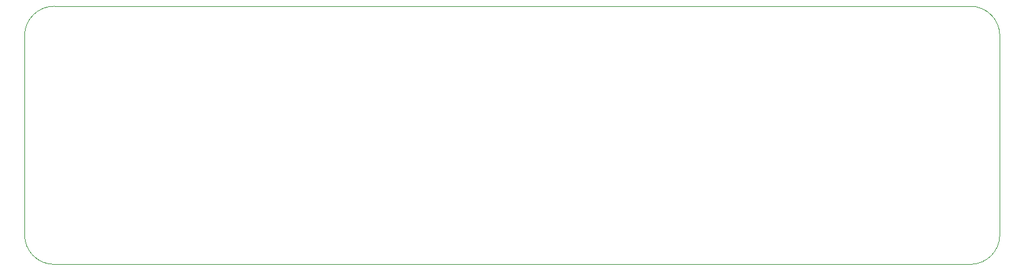
<source format=gbr>
%TF.GenerationSoftware,KiCad,Pcbnew,8.0.2-1*%
%TF.CreationDate,2024-06-10T12:13:13-07:00*%
%TF.ProjectId,FuseBlock,46757365-426c-46f6-936b-2e6b69636164,rev?*%
%TF.SameCoordinates,Original*%
%TF.FileFunction,Profile,NP*%
%FSLAX46Y46*%
G04 Gerber Fmt 4.6, Leading zero omitted, Abs format (unit mm)*
G04 Created by KiCad (PCBNEW 8.0.2-1) date 2024-06-10 12:13:13*
%MOMM*%
%LPD*%
G01*
G04 APERTURE LIST*
%TA.AperFunction,Profile*%
%ADD10C,0.050000*%
%TD*%
G04 APERTURE END LIST*
D10*
X75500000Y-113500000D02*
X75500000Y-86500000D01*
X203500000Y-117500000D02*
X79500000Y-117500000D01*
X207500000Y-113500000D02*
G75*
G02*
X203500000Y-117500000I-4000000J0D01*
G01*
X207500000Y-86500000D02*
X207500000Y-113500000D01*
X203500000Y-82500000D02*
G75*
G02*
X207500000Y-86500000I0J-4000000D01*
G01*
X79500000Y-82500000D02*
X203500000Y-82500000D01*
X75500000Y-86500000D02*
G75*
G02*
X79500000Y-82500000I4000000J0D01*
G01*
X79500000Y-117500000D02*
G75*
G02*
X75500000Y-113500000I0J4000000D01*
G01*
M02*

</source>
